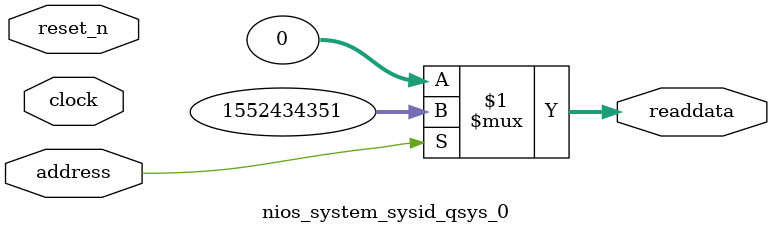
<source format=v>



// synthesis translate_off
`timescale 1ns / 1ps
// synthesis translate_on

// turn off superfluous verilog processor warnings 
// altera message_level Level1 
// altera message_off 10034 10035 10036 10037 10230 10240 10030 

module nios_system_sysid_qsys_0 (
               // inputs:
                address,
                clock,
                reset_n,

               // outputs:
                readdata
             )
;

  output  [ 31: 0] readdata;
  input            address;
  input            clock;
  input            reset_n;

  wire    [ 31: 0] readdata;
  //control_slave, which is an e_avalon_slave
  assign readdata = address ? 1552434351 : 0;

endmodule



</source>
